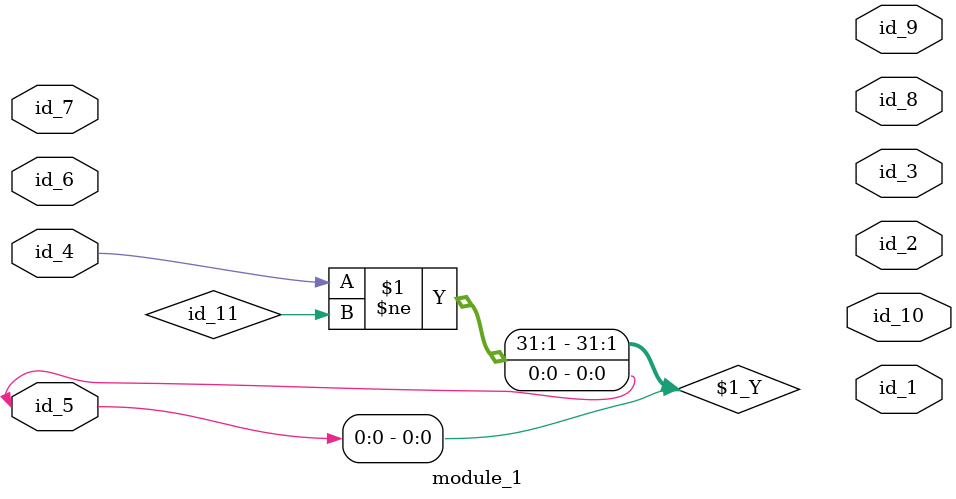
<source format=v>
module module_0 ();
  assign id_1[""] = id_1[1];
endmodule
module module_1 (
    id_1,
    id_2,
    id_3,
    id_4,
    id_5,
    id_6,
    id_7,
    id_8,
    id_9,
    id_10
);
  output wire id_10;
  output wire id_9;
  output wire id_8;
  input wire id_7;
  inout wire id_6;
  inout wire id_5;
  inout wire id_4;
  output wire id_3;
  output wire id_2;
  output wire id_1;
  specify
    (id_11 => id_12) = 1;
  endspecify
  module_0 modCall_1 ();
  assign id_5 = 1 ? id_4 != id_11 : 1;
endmodule

</source>
